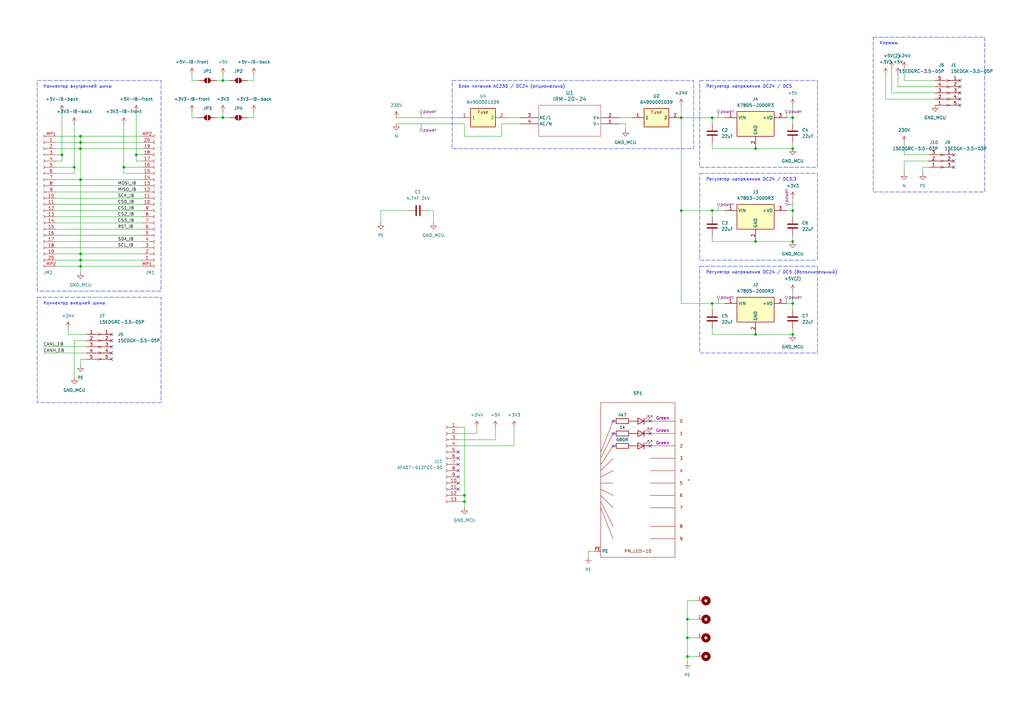
<source format=kicad_sch>
(kicad_sch (version 20250114) (generator "eeschema") (generator_version "9.0")
  (paper "A3")
  (title_block (title "${article} v${version}"))
  (lib_symbols
    (symbol "Fuseholder_1"
      (property "Reference" "U" (at -0.762 5.588 0))
      (property "Value" "64900001039" (at -6.35 3.302 0))
      (symbol "Fuseholder_1_1_1"
        (text "Fuse" (at 0 -1.524 0) (effects (font (size 1.27 1.27))))
        (pin passive line (at -10.16 -3.81 0) (length 5.08) (name "1") (number "1"))
        (pin passive line (at 10.16 -3.81 180) (length 5.08) (name "2") (number "2"))
      )
    )
    (symbol "kicad_inventree_lib:15EDGK-3.5-03P" (pin_names (offset 1.016) (hide yes)) (on_board no)
      (property "Reference" "J" (at 0 12.7 0))
      (property "Value" "15EDGK-3.5-03P" (at 0 2.54 0))
      (symbol "15EDGK-3.5-03P_1_1"
        (pin passive line (at 5.08 10.16 180) (length 3.81) (name "Pin_1") (number "1"))
        (pin passive line (at 5.08 7.62 180) (length 3.81) (name "Pin_2") (number "2"))
        (pin passive line (at 5.08 5.08 180) (length 3.81) (name "Pin_3") (number "3"))
      )
    )
    (symbol "kicad_inventree_lib:15EDGK-3.5-05P" (pin_names (offset 1.016) (hide yes)) (on_board no)
      (property "Reference" "J" (at 0 12.7 0))
      (property "Value" "15EDGK-3.5-05P" (at 0 -2.54 0))
      (symbol "15EDGK-3.5-05P_1_1"
        (pin passive line (at 5.08 10.16 180) (length 3.81) (name "Pin_1") (number "1"))
        (pin passive line (at 5.08 7.62 180) (length 3.81) (name "Pin_2") (number "2"))
        (pin passive line (at 5.08 5.08 180) (length 3.81) (name "Pin_3") (number "3"))
        (pin passive line (at 5.08 2.54 180) (length 3.81) (name "Pin_4") (number "4"))
        (pin passive line (at 5.08 0 180) (length 3.81) (name "Pin_5") (number "5"))
      )
    )
    (symbol "kicad_inventree_lib:15EDGRC-3.5-03P" (pin_names (offset 1.016) (hide yes))
      (property "Reference" "J" (at 0 12.7 0))
      (property "Value" "15EDGRC-3.5-03P" (at 0 2.54 0))
      (symbol "15EDGRC-3.5-03P_1_1"
        (pin passive line (at -5.08 10.16 0) (length 3.81) (name "Pin_1") (number "1"))
        (pin passive line (at -5.08 7.62 0) (length 3.81) (name "Pin_2") (number "2"))
        (pin passive line (at -5.08 5.08 0) (length 3.81) (name "Pin_3") (number "3"))
      )
    )
    (symbol "kicad_inventree_lib:15EDGRC-3.5-05P" (pin_names (offset 1.016) (hide yes))
      (property "Reference" "J" (at 0 12.7 0))
      (property "Value" "15EDGRC-3.5-05P" (at 0 -2.54 0))
      (symbol "15EDGRC-3.5-05P_1_1"
        (pin passive line (at -5.08 10.16 0) (length 3.81) (name "Pin_1") (number "1"))
        (pin passive line (at -5.08 7.62 0) (length 3.81) (name "Pin_2") (number "2"))
        (pin passive line (at -5.08 5.08 0) (length 3.81) (name "Pin_3") (number "3"))
        (pin passive line (at -5.08 2.54 0) (length 3.81) (name "Pin_4") (number "4"))
        (pin passive line (at -5.08 0 0) (length 3.81) (name "Pin_5") (number "5"))
      )
    )
    (symbol "kicad_inventree_lib:AFA07-S12FCC-00" (pin_names (offset 1.016) (hide yes))
      (property "Reference" "J" (at 0 12.7 0))
      (property "Value" "AFA07-S12FCC-00" (at 0 -27.94 0))
      (symbol "AFA07-S12FCC-00_1_1"
        (pin passive line (at -5.08 10.16 0) (length 3.81) (name "Pin_1") (number "1"))
        (pin passive line (at -5.08 7.62 0) (length 3.81) (name "Pin_2") (number "2"))
        (pin passive line (at -5.08 5.08 0) (length 3.81) (name "Pin_3") (number "3"))
        (pin passive line (at -5.08 2.54 0) (length 3.81) (name "Pin_4") (number "4"))
        (pin passive line (at -5.08 0 0) (length 3.81) (name "Pin_5") (number "5"))
        (pin passive line (at -5.08 -2.54 0) (length 3.81) (name "Pin_6") (number "6"))
        (pin passive line (at -5.08 -5.08 0) (length 3.81) (name "Pin_7") (number "7"))
        (pin passive line (at -5.08 -7.62 0) (length 3.81) (name "Pin_8") (number "8"))
        (pin passive line (at -5.08 -10.16 0) (length 3.81) (name "Pin_9") (number "9"))
        (pin passive line (at -5.08 -12.7 0) (length 3.81) (name "Pin_10") (number "10"))
        (pin passive line (at -5.08 -15.24 0) (length 3.81) (name "Pin_11") (number "11"))
        (pin passive line (at -5.08 -17.78 0) (length 3.81) (name "Pin_11") (number "12"))
        (pin passive line (at -5.08 -20.32 0) (length 3.81) (name "Pin_11") (number "13"))
      )
    )
    (symbol "kicad_inventree_lib:AFA07-S20FCC-00" (pin_names (offset 1.016) (hide yes))
      (property "Reference" "J" (at 0 15.24 0))
      (property "Value" "AFA07-S20FCC-00" (at -1.016 -48.768 0))
      (symbol "AFA07-S20FCC-00_1_1"
        (pin passive line (at -5.08 12.7 0) (length 3.81) (name "Pin_11") (number "MP1"))
        (pin passive line (at -5.08 10.16 0) (length 3.81) (name "Pin_1") (number "1"))
        (pin passive line (at -5.08 7.62 0) (length 3.81) (name "Pin_2") (number "2"))
        (pin passive line (at -5.08 5.08 0) (length 3.81) (name "Pin_3") (number "3"))
        (pin passive line (at -5.08 2.54 0) (length 3.81) (name "Pin_4") (number "4"))
        (pin passive line (at -5.08 0 0) (length 3.81) (name "Pin_5") (number "5"))
        (pin passive line (at -5.08 -2.54 0) (length 3.81) (name "Pin_6") (number "6"))
        (pin passive line (at -5.08 -5.08 0) (length 3.81) (name "Pin_7") (number "7"))
        (pin passive line (at -5.08 -7.62 0) (length 3.81) (name "Pin_8") (number "8"))
        (pin passive line (at -5.08 -10.16 0) (length 3.81) (name "Pin_9") (number "9"))
        (pin passive line (at -5.08 -12.7 0) (length 3.81) (name "Pin_10") (number "10"))
        (pin passive line (at -5.08 -15.24 0) (length 3.81) (name "Pin_11") (number "11"))
        (pin passive line (at -5.08 -17.78 0) (length 3.81) (name "Pin_11") (number "12"))
        (pin passive line (at -5.08 -20.32 0) (length 3.81) (name "Pin_11") (number "13"))
        (pin passive line (at -5.08 -22.86 0) (length 3.81) (name "Pin_11") (number "14"))
        (pin passive line (at -5.08 -25.4 0) (length 3.81) (name "Pin_11") (number "15"))
        (pin passive line (at -5.08 -27.94 0) (length 3.81) (name "Pin_11") (number "16"))
        (pin passive line (at -5.08 -30.48 0) (length 3.81) (name "Pin_11") (number "17"))
        (pin passive line (at -5.08 -33.02 0) (length 3.81) (name "Pin_11") (number "18"))
        (pin passive line (at -5.08 -35.56 0) (length 3.81) (name "Pin_11") (number "19"))
        (pin passive line (at -5.08 -38.1 0) (length 3.81) (name "Pin_11") (number "20"))
        (pin passive line (at -5.08 -40.64 0) (length 3.81) (name "Pin_11") (number "MP2"))
      )
    )
    (symbol "kicad_inventree_lib:C_22uF_10V_1206_MLCC-X7R" (pin_numbers (hide yes)) (pin_names (offset 0.254))
      (property "Reference" "C" (at 0.635 2.54 0))
      (property "Value" "22uF" (at 0.635 -2.54 0))
      (symbol "C_22uF_10V_1206_MLCC-X7R_1_1"
        (pin passive line (at 0 3.81 270) (length 2.794) (name "~") (number "1"))
        (pin passive line (at 0 -3.81 90) (length 2.794) (name "~") (number "2"))
      )
    )
    (symbol "kicad_inventree_lib:C_22uF_50V_2220_MLCC-X7R" (pin_numbers (hide yes)) (pin_names (offset 0.254))
      (property "Reference" "C" (at 0.635 2.54 0))
      (property "Value" "22uF" (at 0.635 -2.54 0))
      (symbol "C_22uF_50V_2220_MLCC-X7R_1_1"
        (pin passive line (at 0 3.81 270) (length 2.794) (name "~") (number "1"))
        (pin passive line (at 0 -3.81 90) (length 2.794) (name "~") (number "2"))
      )
    )
    (symbol "kicad_inventree_lib:C_4.7nF_2kV_1812" (pin_numbers (hide yes)) (pin_names (offset 0.254))
      (property "Reference" "C" (at 0.635 2.54 0))
      (property "Value" "4.7nF 2kV" (at 0.635 -2.54 0))
      (symbol "C_4.7nF_2kV_1812_1_1"
        (pin passive line (at 0 3.81 270) (length 2.794) (name "~") (number "1"))
        (pin passive line (at 0 -3.81 90) (length 2.794) (name "~") (number "2"))
      )
    )
    (symbol "kicad_inventree_lib:Fuseholder"
      (property "Reference" "U" (at -0.762 5.588 0))
      (property "Value" "64900001039" (at -6.35 3.302 0))
      (symbol "Fuseholder_1_1"
        (text "Fuse" (at 0 -1.524 0) (effects (font (size 1.27 1.27))))
        (pin passive line (at -10.16 -3.81 0) (length 5.08) (name "1") (number "1"))
        (pin passive line (at 10.16 -3.81 180) (length 5.08) (name "2") (number "2"))
      )
    )
    (symbol "kicad_inventree_lib:IRM-20-24" (pin_names (offset 0.254))
      (property "Reference" "U" (at 0 5.08 0))
      (property "Value" "IRM-20-24" (at 0 2.54 0))
      (symbol "IRM-20-24_0_1"
        (pin unspecified line (at -20.32 -5.08 0) (length 7.62) (name "AC/L") (number "3"))
        (pin unspecified line (at -20.32 -7.62 0) (length 7.62) (name "AC/N") (number "4"))
        (pin power_in line (at 20.32 -5.08 180) (length 7.62) (name "V+") (number "2"))
        (pin power_in line (at 20.32 -7.62 180) (length 7.62) (name "V-") (number "1"))
      )
    )
    (symbol "kicad_inventree_lib:K7803-2000R3"
      (property "Reference" "J" (at -0.762 6.35 0))
      (property "Value" "K7803-2000R3" (at -7.112 3.556 0))
      (symbol "K7803-2000R3_1_1"
        (pin passive line (at -12.7 -2.54 0) (length 5.08) (name "VIN") (number "1"))
        (pin passive line (at 0 -15.24 90) (length 5.08) (name "GND") (number "2"))
        (pin passive line (at 12.7 -2.54 180) (length 5.08) (name "+VO") (number "3"))
      )
    )
    (symbol "kicad_inventree_lib:K7805-2000R3"
      (property "Reference" "J" (at -0.762 6.35 0))
      (property "Value" "K7805-2000R3" (at -7.112 3.556 0))
      (symbol "K7805-2000R3_1_1"
        (pin passive line (at -12.7 -2.54 0) (length 5.08) (name "VIN") (number "1"))
        (pin passive line (at 0 -15.24 90) (length 5.08) (name "GND") (number "2"))
        (pin passive line (at 12.7 -2.54 180) (length 5.08) (name "+VO") (number "3"))
      )
    )
    (symbol "kicad_inventree_lib:MountingHole_M4" (pin_names (offset 1.016)) (exclude_from_sim yes) (in_bom no)
      (symbol "MountingHole_M4_1_1"
        (pin input line (at 0 -3.81 90) (length 2.54) (name "1") (number "1"))
      )
    )
    (symbol "kicad_inventree_lib:PMLED-10-v0.0.2"
      (property "Reference" "SP" (at 0 3.81 0))
      (symbol "PMLED-10-v0.0.2_1_1"
        (text "PM_LED-10" (at 0 -60.96 0) (effects (font (size 1.27 1.27))))
        (text "0" (at 17.78 -7.62 0) (effects (font (size 1.27 1.27))))
        (text "1" (at 17.78 -12.7 0) (effects (font (size 1.27 1.27))))
        (text "2" (at 17.78 -17.78 0) (effects (font (size 1.27 1.27))))
        (text "3" (at 17.78 -22.86 0) (effects (font (size 1.27 1.27))))
        (text "4" (at 17.78 -27.94 0) (effects (font (size 1.27 1.27))))
        (text "5" (at 17.78 -33.02 0) (effects (font (size 1.27 1.27))))
        (text "6" (at 17.78 -38.1 0) (effects (font (size 1.27 1.27))))
        (text "7" (at 17.78 -43.18 0) (effects (font (size 1.27 1.27))))
        (text "8" (at 17.78 -50.8 0) (effects (font (size 1.27 1.27))))
        (text "9" (at 17.78 -55.88 0) (effects (font (size 1.27 1.27))))
        (pin input line (at -17.78 -60.96 0) (length 2.54) (name "PE") (number "PE"))
      )
    )
    (symbol "kicad_inventree_lib:R_1k_0603_1%" (pin_numbers (hide yes)) (pin_names (offset 0))
      (property "Reference" "R" (at 2.032 0 90))
      (property "Value" "1k" (at 0 0 90))
      (symbol "R_1k_0603_1%_1_1"
        (pin passive line (at 0 3.81 270) (length 1.27) (name "~") (number "1"))
        (pin passive line (at 0 -3.81 90) (length 1.27) (name "~") (number "2"))
      )
    )
    (symbol "kicad_inventree_lib:R_4k7_0603_1%" (pin_numbers (hide yes)) (pin_names (offset 0))
      (property "Reference" "R" (at 2.032 0 90))
      (property "Value" "4k7" (at 0 0 90))
      (symbol "R_4k7_0603_1%_1_1"
        (pin passive line (at 0 3.81 270) (length 1.27) (name "~") (number "1"))
        (pin passive line (at 0 -3.81 90) (length 1.27) (name "~") (number "2"))
      )
    )
    (symbol "kicad_inventree_lib:R_680R_0603_1%" (pin_numbers (hide yes)) (pin_names (offset 0))
      (property "Reference" "R" (at 2.032 0 90))
      (property "Value" "680R" (at 0 0 90))
      (symbol "R_680R_0603_1%_1_1"
        (pin passive line (at 0 3.81 270) (length 1.27) (name "~") (number "1"))
        (pin passive line (at 0 -3.81 90) (length 1.27) (name "~") (number "2"))
      )
    )
    (symbol "kicad_inventree_lib:SolderJumper_2_Open" (pin_numbers (hide yes)) (pin_names (offset 0) (hide yes)) (in_bom no)
      (property "Reference" "JP" (at 0 2.032 0))
      (property "Value" "SolderJumper_2_Open" (at 0 -2.54 0))
      (symbol "SolderJumper_2_Open_1_1"
        (pin passive line (at -3.81 0 0) (length 2.54) (name "A") (number "1"))
        (pin passive line (at 3.81 0 180) (length 2.54) (name "B") (number "2"))
      )
    )
    (symbol "kicad_inventree_lib:XL-1606SYGC" (pin_numbers (hide yes)) (pin_names (offset 1.016) (hide yes))
      (property "Reference" "D" (at 0 2.54 0))
      (property "Description" "Green" (at 0 -8.89 0))
      (symbol "XL-1606SYGC_1_1"
        (pin passive line (at -3.81 0 0) (length 2.54) (name "K") (number "1"))
        (pin passive line (at 3.81 0 180) (length 2.54) (name "A") (number "2"))
      )
    )
    (symbol "power:+24V" (power) (pin_numbers (hide yes)) (pin_names (offset 0) (hide yes))
      (property "Value" "+24V" (at 0 3.556 0))
      (symbol "+24V_1_1"
        (pin power_in line (at 0 0 90) (length 0) (name "~") (number "1"))
      )
    )
    (symbol "power:+5V" (power) (pin_numbers (hide yes)) (pin_names (offset 0) (hide yes))
      (property "Value" "+5V" (at 0 3.556 0))
      (symbol "+5V_1_1"
        (pin power_in line (at 0 0 90) (length 0) (name "~") (number "1"))
      )
    )
    (symbol "power:Earth" (power) (pin_numbers (hide yes)) (pin_names (offset 0) (hide yes))
      (property "Value" "Earth" (at 0 -3.81 0))
      (symbol "Earth_1_1"
        (pin power_in line (at 0 0 270) (length 0) (name "~") (number "1"))
      )
    )
    (symbol "power:GND" (power) (pin_numbers (hide yes)) (pin_names (offset 0) (hide yes))
      (property "Value" "GND" (at 0 -3.81 0))
      (symbol "GND_1_1"
        (pin power_in line (at 0 0 270) (length 0) (name "~") (number "1"))
      )
    )
  )
  (rectangle (start 287.02 109.22) (end 335.28 144.78) (stroke (width 0) (type dash)))
  (rectangle (start 287.02 33.02) (end 335.28 68.58) (stroke (width 0) (type dash)))
  (rectangle (start 15.24 33.02) (end 66.04 119.38) (stroke (width 0) (type dash)))
  (rectangle (start 185.42 33.02) (end 284.48 60.96) (stroke (width 0) (type dash)))
  (rectangle (start 358.14 15.24) (end 403.86 78.74) (stroke (width 0) (type dash)))
  (rectangle (start 287.02 71.12) (end 335.28 106.68) (stroke (width 0) (type dash)))
  (rectangle (start 15.24 121.92) (end 66.04 165.1) (stroke (width 0) (type dash)))
  (text "Коннектор внутренней шины" (at 17.78 35.56 0) (effects (font (size 1.27 1.27)) (justify left)))
  (text "Блок питания AC230 / DC24 (опционально)" (at 187.96 35.56 0) (effects (font (size 1.27 1.27)) (justify left)))
  (text "Коннектор внешней шины" (at 17.78 124.46 0) (effects (font (size 1.27 1.27)) (justify left)))
  (text "Клеммы" (at 360.68 17.78 0) (effects (font (size 1.27 1.27)) (justify left)))
  (text "Регулятор напряжения DC24 / DC5" (at 289.56 35.56 0) (effects (font (size 1.27 1.27)) (justify left)))
  (text "Регулятор напряжения DC24 / DC3.3" (at 289.56 73.66 0) (effects (font (size 1.27 1.27)) (justify left)))
  (text "Регулятор напряжения DC24 / DC5 (дополнительный)" (at 289.56 111.76 0) (effects (font (size 1.27 1.27)) (justify left)))
  (junction (at 279.4 86.36))
  (junction (at 292.1 48.26))
  (junction (at 309.88 60.96))
  (junction (at 190.5 205.74))
  (junction (at 33.02 58.42))
  (junction (at 309.88 99.06))
  (junction (at 281.94 269.24))
  (junction (at 55.88 63.5))
  (junction (at 309.88 137.16))
  (junction (at 91.44 48.26))
  (junction (at 325.12 86.36))
  (junction (at 33.02 104.14))
  (junction (at 325.12 99.06))
  (junction (at 325.12 124.46))
  (junction (at 281.94 261.62))
  (junction (at 33.02 106.68))
  (junction (at 292.1 124.46))
  (junction (at 33.02 60.96))
  (junction (at 33.02 109.22))
  (junction (at 190.5 203.2))
  (junction (at 281.94 254))
  (junction (at 33.02 73.66))
  (junction (at 325.12 60.96))
  (junction (at 30.48 68.58))
  (junction (at 25.4 63.5))
  (junction (at 325.12 137.16))
  (junction (at 33.02 55.88))
  (junction (at 91.44 33.02))
  (junction (at 50.8 68.58))
  (junction (at 325.12 48.26))
  (junction (at 279.4 48.26))
  (junction (at 292.1 86.36))
  (no_connect (at 45.72 137.16))
  (no_connect (at 187.96 195.58))
  (no_connect (at 251.46 177.8))
  (no_connect (at 187.96 190.5))
  (no_connect (at 45.72 142.24))
  (no_connect (at 187.96 185.42))
  (no_connect (at 391.16 66.04))
  (no_connect (at 266.7 177.8))
  (no_connect (at 187.96 198.12))
  (no_connect (at 393.7 35.56))
  (no_connect (at 266.7 182.88))
  (no_connect (at 251.46 182.88))
  (no_connect (at 187.96 187.96))
  (no_connect (at 393.7 38.1))
  (no_connect (at 251.46 172.72))
  (no_connect (at 393.7 40.64))
  (no_connect (at 393.7 33.02))
  (no_connect (at 391.16 63.5))
  (no_connect (at 187.96 193.04))
  (no_connect (at 45.72 144.78))
  (no_connect (at 45.72 139.7))
  (no_connect (at 45.72 147.32))
  (no_connect (at 187.96 200.66))
  (no_connect (at 391.16 68.58))
  (no_connect (at 266.7 172.72))
  (no_connect (at 393.7 43.18))
  (wire (pts (xy 381 68.58) (xy 378.46 68.58)))
  (wire (pts (xy 22.86 76.2) (xy 58.42 76.2)))
  (wire (pts (xy 55.88 63.5) (xy 55.88 66.04)))
  (wire (pts (xy 22.86 104.14) (xy 33.02 104.14)))
  (wire (pts (xy 363.22 40.64) (xy 363.22 30.48)))
  (wire (pts (xy 22.86 55.88) (xy 33.02 55.88)))
  (wire (pts (xy 325.12 58.42) (xy 325.12 60.96)))
  (wire (pts (xy 205.74 50.8) (xy 213.36 50.8)))
  (wire (pts (xy 22.86 83.82) (xy 58.42 83.82)))
  (wire (pts (xy 190.5 50.8) (xy 190.5 55.88)))
  (wire (pts (xy 279.4 86.36) (xy 292.1 86.36)))
  (wire (pts (xy 279.4 124.46) (xy 292.1 124.46)))
  (wire (pts (xy 292.1 60.96) (xy 309.88 60.96)))
  (wire (pts (xy 383.54 35.56) (xy 368.3 35.56)))
  (wire (pts (xy 22.86 73.66) (xy 33.02 73.66)))
  (wire (pts (xy 370.84 66.04) (xy 370.84 71.12)))
  (wire (pts (xy 205.74 50.8) (xy 205.74 55.88)))
  (wire (pts (xy 281.94 246.38) (xy 281.94 254)))
  (wire (pts (xy 88.9 33.02) (xy 91.44 33.02)))
  (wire (pts (xy 365.76 27.94) (xy 365.76 38.1)))
  (wire (pts (xy 370.84 27.94) (xy 370.84 33.02)))
  (wire (pts (xy 22.86 86.36) (xy 58.42 86.36)))
  (wire (pts (xy 190.5 203.2) (xy 190.5 205.74)))
  (wire (pts (xy 292.1 137.16) (xy 292.1 134.62)))
  (wire (pts (xy 325.12 86.36) (xy 325.12 88.9)))
  (wire (pts (xy 91.44 33.02) (xy 93.98 33.02)))
  (wire (pts (xy 281.94 271.78) (xy 281.94 269.24)))
  (wire (pts (xy 22.86 91.44) (xy 58.42 91.44)))
  (wire (pts (xy 162.56 48.26) (xy 187.96 48.26)))
  (wire (pts (xy 208.28 48.26) (xy 213.36 48.26)))
  (wire (pts (xy 30.48 50.8) (xy 30.48 68.58)))
  (wire (pts (xy 279.4 43.18) (xy 279.4 48.26)))
  (wire (pts (xy 91.44 30.48) (xy 91.44 33.02)))
  (wire (pts (xy 325.12 119.38) (xy 325.12 124.46)))
  (wire (pts (xy 22.86 88.9) (xy 58.42 88.9)))
  (wire (pts (xy 91.44 48.26) (xy 93.98 48.26)))
  (wire (pts (xy 33.02 55.88) (xy 33.02 58.42)))
  (wire (pts (xy 322.58 124.46) (xy 325.12 124.46)))
  (wire (pts (xy 35.56 147.32) (xy 33.02 147.32)))
  (wire (pts (xy 22.86 60.96) (xy 33.02 60.96)))
  (wire (pts (xy 292.1 137.16) (xy 309.88 137.16)))
  (wire (pts (xy 383.54 33.02) (xy 370.84 33.02)))
  (wire (pts (xy 383.54 40.64) (xy 363.22 40.64)))
  (wire (pts (xy 22.86 106.68) (xy 33.02 106.68)))
  (wire (pts (xy 55.88 45.72) (xy 55.88 63.5)))
  (wire (pts (xy 370.84 66.04) (xy 381 66.04)))
  (wire (pts (xy 292.1 48.26) (xy 297.18 48.26)))
  (wire (pts (xy 187.96 175.26) (xy 190.5 175.26)))
  (wire (pts (xy 91.44 45.72) (xy 91.44 48.26)))
  (wire (pts (xy 195.58 175.26) (xy 195.58 177.8)))
  (wire (pts (xy 22.86 99.06) (xy 58.42 99.06)))
  (wire (pts (xy 325.12 48.26) (xy 325.12 50.8)))
  (wire (pts (xy 187.96 205.74) (xy 190.5 205.74)))
  (wire (pts (xy 203.2 175.26) (xy 203.2 180.34)))
  (wire (pts (xy 309.88 60.96) (xy 325.12 60.96)))
  (wire (pts (xy 78.74 33.02) (xy 81.28 33.02)))
  (wire (pts (xy 33.02 104.14) (xy 33.02 106.68)))
  (wire (pts (xy 325.12 81.28) (xy 325.12 86.36)))
  (wire (pts (xy 22.86 81.28) (xy 58.42 81.28)))
  (wire (pts (xy 33.02 104.14) (xy 58.42 104.14)))
  (wire (pts (xy 325.12 134.62) (xy 325.12 137.16)))
  (wire (pts (xy 187.96 203.2) (xy 190.5 203.2)))
  (wire (pts (xy 292.1 99.06) (xy 309.88 99.06)))
  (wire (pts (xy 33.02 109.22) (xy 58.42 109.22)))
  (wire (pts (xy 22.86 78.74) (xy 58.42 78.74)))
  (wire (pts (xy 22.86 68.58) (xy 30.48 68.58)))
  (wire (pts (xy 33.02 60.96) (xy 58.42 60.96)))
  (wire (pts (xy 292.1 86.36) (xy 292.1 88.9)))
  (wire (pts (xy 30.48 68.58) (xy 30.48 71.12)))
  (wire (pts (xy 256.54 50.8) (xy 256.54 53.34)))
  (wire (pts (xy 22.86 93.98) (xy 58.42 93.98)))
  (wire (pts (xy 104.14 48.26) (xy 101.6 48.26)))
  (wire (pts (xy 33.02 60.96) (xy 33.02 73.66)))
  (wire (pts (xy 22.86 101.6) (xy 58.42 101.6)))
  (wire (pts (xy 50.8 68.58) (xy 50.8 71.12)))
  (wire (pts (xy 292.1 99.06) (xy 292.1 96.52)))
  (wire (pts (xy 190.5 55.88) (xy 205.74 55.88)))
  (wire (pts (xy 285.75 246.38) (xy 281.94 246.38)))
  (wire (pts (xy 27.94 134.62) (xy 27.94 137.16)))
  (wire (pts (xy 292.1 48.26) (xy 292.1 50.8)))
  (wire (pts (xy 281.94 254) (xy 281.94 261.62)))
  (wire (pts (xy 309.88 99.06) (xy 325.12 99.06)))
  (wire (pts (xy 281.94 269.24) (xy 285.75 269.24)))
  (wire (pts (xy 22.86 96.52) (xy 58.42 96.52)))
  (wire (pts (xy 177.8 86.36) (xy 177.8 91.44)))
  (wire (pts (xy 162.56 50.8) (xy 190.5 50.8)))
  (wire (pts (xy 50.8 71.12) (xy 58.42 71.12)))
  (wire (pts (xy 156.21 91.44) (xy 156.21 86.36)))
  (wire (pts (xy 33.02 73.66) (xy 58.42 73.66)))
  (wire (pts (xy 33.02 55.88) (xy 58.42 55.88)))
  (wire (pts (xy 22.86 63.5) (xy 25.4 63.5)))
  (wire (pts (xy 17.78 142.24) (xy 35.56 142.24)))
  (wire (pts (xy 279.4 48.26) (xy 279.4 86.36)))
  (wire (pts (xy 243.84 226.06) (xy 241.3 226.06)))
  (wire (pts (xy 241.3 226.06) (xy 241.3 228.6)))
  (wire (pts (xy 322.58 48.26) (xy 325.12 48.26)))
  (wire (pts (xy 325.12 124.46) (xy 325.12 127)))
  (wire (pts (xy 104.14 30.48) (xy 104.14 33.02)))
  (wire (pts (xy 33.02 73.66) (xy 33.02 104.14)))
  (wire (pts (xy 187.96 180.34) (xy 203.2 180.34)))
  (wire (pts (xy 50.8 50.8) (xy 50.8 68.58)))
  (wire (pts (xy 309.88 137.16) (xy 325.12 137.16)))
  (wire (pts (xy 285.75 254) (xy 281.94 254)))
  (wire (pts (xy 25.4 45.72) (xy 25.4 63.5)))
  (wire (pts (xy 279.4 86.36) (xy 279.4 124.46)))
  (wire (pts (xy 27.94 137.16) (xy 35.56 137.16)))
  (wire (pts (xy 190.5 175.26) (xy 190.5 203.2)))
  (wire (pts (xy 292.1 86.36) (xy 297.18 86.36)))
  (wire (pts (xy 30.48 139.7) (xy 30.48 154.94)))
  (wire (pts (xy 104.14 45.72) (xy 104.14 48.26)))
  (wire (pts (xy 368.3 30.48) (xy 368.3 35.56)))
  (wire (pts (xy 25.4 63.5) (xy 25.4 66.04)))
  (wire (pts (xy 88.9 48.26) (xy 91.44 48.26)))
  (wire (pts (xy 55.88 66.04) (xy 58.42 66.04)))
  (wire (pts (xy 175.26 86.36) (xy 177.8 86.36)))
  (wire (pts (xy 187.96 177.8) (xy 195.58 177.8)))
  (wire (pts (xy 292.1 124.46) (xy 292.1 127)))
  (wire (pts (xy 33.02 147.32) (xy 33.02 149.86)))
  (wire (pts (xy 33.02 106.68) (xy 58.42 106.68)))
  (wire (pts (xy 325.12 96.52) (xy 325.12 99.06)))
  (wire (pts (xy 254 48.26) (xy 259.08 48.26)))
  (wire (pts (xy 187.96 182.88) (xy 210.82 182.88)))
  (wire (pts (xy 33.02 106.68) (xy 33.02 109.22)))
  (wire (pts (xy 378.46 68.58) (xy 378.46 71.12)))
  (wire (pts (xy 104.14 33.02) (xy 101.6 33.02)))
  (wire (pts (xy 190.5 205.74) (xy 190.5 208.28)))
  (wire (pts (xy 210.82 175.26) (xy 210.82 182.88)))
  (wire (pts (xy 156.21 86.36) (xy 167.64 86.36)))
  (wire (pts (xy 285.75 261.62) (xy 281.94 261.62)))
  (wire (pts (xy 17.78 144.78) (xy 35.56 144.78)))
  (wire (pts (xy 50.8 68.58) (xy 58.42 68.58)))
  (wire (pts (xy 322.58 86.36) (xy 325.12 86.36)))
  (wire (pts (xy 292.1 124.46) (xy 297.18 124.46)))
  (wire (pts (xy 55.88 63.5) (xy 58.42 63.5)))
  (wire (pts (xy 22.86 58.42) (xy 33.02 58.42)))
  (wire (pts (xy 30.48 71.12) (xy 22.86 71.12)))
  (wire (pts (xy 370.84 58.42) (xy 370.84 63.5)))
  (wire (pts (xy 365.76 38.1) (xy 383.54 38.1)))
  (wire (pts (xy 325.12 43.18) (xy 325.12 48.26)))
  (wire (pts (xy 30.48 139.7) (xy 35.56 139.7)))
  (wire (pts (xy 33.02 109.22) (xy 33.02 111.76)))
  (wire (pts (xy 33.02 58.42) (xy 58.42 58.42)))
  (wire (pts (xy 281.94 261.62) (xy 281.94 269.24)))
  (wire (pts (xy 78.74 48.26) (xy 81.28 48.26)))
  (wire (pts (xy 78.74 30.48) (xy 78.74 33.02)))
  (wire (pts (xy 22.86 66.04) (xy 25.4 66.04)))
  (wire (pts (xy 254 50.8) (xy 256.54 50.8)))
  (wire (pts (xy 33.02 58.42) (xy 33.02 60.96)))
  (wire (pts (xy 381 63.5) (xy 370.84 63.5)))
  (wire (pts (xy 279.4 48.26) (xy 292.1 48.26)))
  (wire (pts (xy 78.74 45.72) (xy 78.74 48.26)))
  (wire (pts (xy 292.1 60.96) (xy 292.1 58.42)))
  (wire (pts (xy 22.86 109.22) (xy 33.02 109.22)))
  (label "SCL_IB" (at 48.26 101.6 0))
  (label "SCK_IB" (at 48.26 81.28 0))
  (label "CS3_IB" (at 48.26 91.44 0))
  (label "MISO_IB" (at 48.26 78.74 0))
  (label "CS0_IB" (at 48.26 83.82 0))
  (label "SDA_IB" (at 48.26 99.06 0))
  (label "CS2_IB" (at 48.26 88.9 0))
  (label "RST_IB" (at 48.26 93.98 0))
  (label "MOSI_IB" (at 48.26 76.2 0))
  (label "CANH_EB" (at 17.78 144.78 0))
  (label "CANL_EB" (at 17.78 142.24 0))
  (label "CS1_IB" (at 48.26 86.36 0))
  (netclass_flag "" (length 2.54) (shape round) (at 294.64 48.26 0) (property "Netclass" "power" (at 295.3385 45.72 0) (effects (font (italic yes)) (justify left))))
  (netclass_flag "" (length 2.54) (shape round) (at 322.58 48.26 0) (property "Netclass" "power" (at 323.2785 45.72 0) (effects (font (italic yes)) (justify left))))
  (netclass_flag "" (length 2.54) (shape round) (at 322.58 124.46 0) (property "Netclass" "power" (at 323.2785 121.92 0) (effects (font (italic yes)) (justify left))))
  (netclass_flag "" (length 2.54) (shape round) (at 325.12 83.82 90) (property "Netclass" "power" (at 322.58 83.1215 90) (effects (font (italic yes)) (justify left))))
  (netclass_flag "" (length 2.54) (shape round) (at 172.72 50.8 180) (property "Netclass" "power" (at 173.4185 53.34 0) (effects (font (italic yes)) (justify left))))
  (netclass_flag "" (length 2.54) (shape round) (at 172.72 48.26 0) (property "Netclass" "power" (at 173.4185 45.72 0) (effects (font (italic yes)) (justify left))))
  (netclass_flag "" (length 2.54) (shape round) (at 294.64 124.46 0) (property "Netclass" "power" (at 295.3385 121.92 0) (effects (font (italic yes)) (justify left))))
  (netclass_flag "" (length 2.54) (shape round) (at 294.64 86.36 0) (property "Netclass" "power" (at 295.3385 83.82 0) (effects (font (italic yes)) (justify left))))
  (symbol (lib_id "power:+5V") (at 25.4 45.72 0) (unit 1)
    (property "Reference" "#PWR016" (effects (hide yes)))
    (property "Value" "+5V-IB-back" (at 25.4 40.64 0))
    (property "Description" "Power symbol creates a global label with name \"+5V\"" (effects (hide yes)))
  )
  (symbol (lib_id "power:+5V") (at 50.8 50.8 0) (unit 1)
    (property "Reference" "#PWR031" (effects (hide yes)))
    (property "Value" "+3V3-IB-front" (at 50.8 45.72 0))
    (property "Description" "Power symbol creates a global label with name \"+5V\"" (effects (hide yes)))
  )
  (symbol (lib_id "power:+5V") (at 210.82 175.26 0) (mirror y) (unit 1)
    (property "Reference" "#PWR05" (effects (hide yes)))
    (property "Value" "+3V3" (at 210.82 170.18 0))
    (property "Description" "Power symbol creates a global label with name \"+5V\"" (effects (hide yes)))
  )
  (symbol (lib_id "power:Earth") (at 241.3 228.6 0) (unit 1)
    (property "Reference" "#PWR040" (effects (hide yes)))
    (property "Value" "PE" (at 241.3 233.68 0))
    (property "Description" "Power symbol creates a global label with name \"Earth\"" (effects (hide yes)))
  )
  (symbol (lib_id "kicad_inventree_lib:XL-1606SYGC") (at 262.89 172.72 180) (unit 1) (on_board no)
    (property "Reference" "D2" (effects (hide yes)))
    (property "Value" "XL-1606SYGC" (effects (hide yes)))
    (property "Footprint" "kicad_inventree_lib:XL-1606" (effects (hide yes)))
    (property "Datasheet" "http://inventree.network/part/278/" (effects (hide yes)))
    (property "Description" "Green" (at 271.78 171.45 0))
    (property "part_ipn" "XL-1606SYGC" (effects (hide yes)))
  )
  (symbol (lib_id "kicad_inventree_lib:XL-1606SYGC") (at 262.89 177.8 180) (unit 1) (on_board no)
    (property "Reference" "D3" (effects (hide yes)))
    (property "Value" "XL-1606SYGC" (effects (hide yes)))
    (property "Footprint" "kicad_inventree_lib:XL-1606" (effects (hide yes)))
    (property "Datasheet" "http://inventree.network/part/278/" (effects (hide yes)))
    (property "Description" "Green" (at 271.78 176.53 0))
    (property "part_ipn" "XL-1606SYGC" (effects (hide yes)))
  )
  (symbol (lib_id "power:+24V") (at 279.4 43.18 0) (unit 1)
    (property "Reference" "#PWR06" (effects (hide yes)))
    (property "Value" "+24V" (at 279.4 38.1 0))
    (property "Description" "Power symbol creates a global label with name \"+24V\"" (effects (hide yes)))
  )
  (symbol (lib_id "power:GND") (at 325.12 99.06 0) (unit 1)
    (property "Reference" "#PWR018" (effects (hide yes)))
    (property "Value" "GND_MCU" (at 325.12 104.14 0))
    (property "Description" "Power symbol creates a global label with name \"GND\" , ground" (effects (hide yes)))
  )
  (symbol (lib_id "power:GND") (at 162.56 50.8 0) (unit 1)
    (property "Reference" "#PWR04" (effects (hide yes)))
    (property "Value" "N" (at 162.56 55.88 0))
    (property "Description" "Power symbol creates a global label with name \"GND\" , ground" (effects (hide yes)))
  )
  (symbol (lib_id "kicad_inventree_lib:R_4k7_0603_1%") (at 255.27 172.72 90) (unit 1) (on_board no)
    (property "Reference" "R4" (effects (hide yes)))
    (property "Value" "4k7" (at 255.27 170.18 90))
    (property "Footprint" "Resistor_SMD:R_0603_1608Metric" (effects (hide yes)))
    (property "Datasheet" "http://inventree.network/part/262/" (effects (hide yes)))
    (property "Description" "Resistor" (effects (hide yes)))
    (property "part_ipn" "R_4k7_0603_1%" (effects (hide yes)))
  )
  (symbol (lib_id "power:+5V") (at 104.14 30.48 0) (unit 1)
    (property "Reference" "#PWR025" (effects (hide yes)))
    (property "Value" "+5V-IB-back" (at 104.14 25.4 0))
    (property "Description" "Power symbol creates a global label with name \"+5V\"" (effects (hide yes)))
  )
  (symbol (lib_id "power:GND") (at 383.54 43.18 0) (unit 1)
    (property "Reference" "#PWR03" (effects (hide yes)))
    (property "Value" "GND_MCU" (at 383.54 48.26 0))
    (property "Description" "Power symbol creates a global label with name \"GND\" , ground" (effects (hide yes)))
  )
  (symbol (lib_id "kicad_inventree_lib:C_22uF_10V_1206_MLCC-X7R") (at 325.12 54.61 0) (unit 1)
    (property "Reference" "C4" (at 328.93 53.34 0) (effects (justify left)))
    (property "Value" "22uF" (at 328.93 55.88 0) (effects (justify left)))
    (property "Footprint" "Capacitor_SMD:C_1206_3216Metric" (effects (hide yes)))
    (property "Datasheet" "http://inventree.network/web/part/343/details" (effects (hide yes)))
    (property "Description" "Unpolarized capacitor" (effects (hide yes)))
    (property "part_ipn" "C_22uF_10V_1206_MLCC-X7R" (effects (hide yes)))
  )
  (symbol (lib_id "kicad_inventree_lib:C_22uF_50V_2220_MLCC-X7R") (at 292.1 54.61 0) (unit 1)
    (property "Reference" "C2" (at 295.91 53.3399 0) (effects (justify left)))
    (property "Value" "22uF" (at 295.91 55.8799 0) (effects (justify left)))
    (property "Footprint" "Capacitor_SMD:C_2220_5750Metric" (effects (hide yes)))
    (property "Datasheet" "http://inventree.network/part/99/" (effects (hide yes)))
    (property "Description" "Unpolarized capacitor" (effects (hide yes)))
    (property "part_ipn" "C_22uF_50V_2220_MLCC-X7R" (effects (hide yes)))
  )
  (symbol (lib_id "kicad_inventree_lib:15EDGRC-3.5-03P") (at 386.08 58.42 0) (mirror x) (unit 1)
    (property "Reference" "J10" (at 384.81 58.42 0) (effects (justify right)))
    (property "Value" "15EDGRC-3.5-03P" (at 384.81 60.96 0) (effects (justify right)))
    (property "Footprint" "kicad_inventree_lib:15EDGRC-3.5-03P" (effects (hide yes)))
    (property "Datasheet" "http://inventree.network/part/247/" (effects (hide yes)))
    (property "Description" "Generic connector, single row, 01x09, script generated" (effects (hide yes)))
    (property "part_ipn" "15EDGRC-3.5-03P" (effects (hide yes)))
  )
  (symbol (lib_id "power:+5V") (at 195.58 175.26 0) (mirror y) (unit 1)
    (property "Reference" "#PWR014" (effects (hide yes)))
    (property "Value" "+24V" (at 195.58 170.18 0))
    (property "Description" "Power symbol creates a global label with name \"+5V\"" (effects (hide yes)))
  )
  (symbol (lib_id "power:+5V") (at 370.84 58.42 0) (unit 1)
    (property "Reference" "#PWR012" (effects (hide yes)))
    (property "Value" "230V" (at 370.84 53.34 0))
    (property "Description" "Power symbol creates a global label with name \"+5V\"" (effects (hide yes)))
  )
  (symbol (lib_id "kicad_inventree_lib:15EDGK-3.5-05P") (at 40.64 147.32 0) (unit 1) (on_board no)
    (property "Reference" "J5" (at 48.26 137.16 0) (effects (justify left)))
    (property "Value" "15EDGK-3.5-05P" (at 48.26 139.7 0) (effects (justify left)))
    (property "Datasheet" "http://inventree.network/part/250/" (effects (hide yes)))
    (property "Description" "Generic connector, single row, 01x10, script generated" (effects (hide yes)))
    (property "part_ipn" "15EDGK-3.5-05P" (effects (hide yes)))
  )
  (symbol (lib_id "kicad_inventree_lib:MountingHole_M4") (at 289.56 246.38 270) (unit 1) (exclude_from_sim yes) (in_bom no)
    (property "Reference" "H1" (effects (hide yes)))
    (property "Value" "M4" (effects (hide yes)))
    (property "Footprint" "kicad_inventree_lib:MountingHole_4.3mm_M4_Pad_Via" (effects (hide yes)))
  )
  (symbol (lib_id "kicad_inventree_lib:MountingHole_M4") (at 289.56 261.62 270) (unit 1) (exclude_from_sim yes) (in_bom no)
    (property "Reference" "H3" (effects (hide yes)))
    (property "Value" "M4" (effects (hide yes)))
    (property "Footprint" "kicad_inventree_lib:MountingHole_4.3mm_M4_Pad_Via" (effects (hide yes)))
  )
  (symbol (lib_id "kicad_inventree_lib:K7805-2000R3") (at 309.88 45.72 0) (unit 1)
    (property "Reference" "J4" (at 309.88 40.64 0))
    (property "Value" "K7805-2000R3" (at 309.88 43.18 0))
    (property "Footprint" "kicad_inventree_lib:K7805-2000R3" (effects (hide yes)))
    (property "Datasheet" "http://inventree.network/part/98/" (effects (hide yes)))
    (property "Description" "K7805-2000R3" (effects (hide yes)))
    (property "Height" "18" (effects (hide yes)))
    (property "Manufacturer_Name" "RS Pro" (effects (hide yes)))
    (property "Manufacturer_Part_Number" "K7805-2000R3" (effects (hide yes)))
    (property "part_ipn" "K7805-2000R3" (effects (hide yes)))
  )
  (symbol (lib_id "kicad_inventree_lib:PMLED-10-v0.0.2") (at 261.62 165.1 0) (unit 1)
    (property "Reference" "SP1" (at 261.62 161.29 0))
    (property "Value" "~" (at 281.94 196.8499 0) (effects (justify left)))
    (property "Footprint" "kicad_inventree_lib:PMLED-xx-v0.0.2" (effects (hide yes)))
    (property "part_ipn" "PMLED-10-v0.0.2" (effects (hide yes)))
  )
  (symbol (lib_id "power:+5V") (at 78.74 30.48 0) (unit 1)
    (property "Reference" "#PWR026" (effects (hide yes)))
    (property "Value" "+5V-IB-front" (at 78.74 25.4 0))
    (property "Description" "Power symbol creates a global label with name \"+5V\"" (effects (hide yes)))
  )
  (symbol (lib_id "power:+5V") (at 104.14 45.72 0) (unit 1)
    (property "Reference" "#PWR030" (effects (hide yes)))
    (property "Value" "+3V3-IB-back" (at 104.14 40.64 0))
    (property "Description" "Power symbol creates a global label with name \"+5V\"" (effects (hide yes)))
  )
  (symbol (lib_id "kicad_inventree_lib:SolderJumper_2_Open") (at 85.09 33.02 0) (unit 1) (in_bom no)
    (property "Reference" "JP1" (at 85.09 29.21 0))
    (property "Value" "SolderJumper_2_Open" (effects (hide yes)))
    (property "Footprint" "kicad_inventree_lib:SolderJumper-2_P1.3mm_Open_RoundedPad1.0x1.5mm" (effects (hide yes)))
    (property "Description" "Solder Jumper, 2-pole, open" (effects (hide yes)))
  )
  (symbol (lib_id "kicad_inventree_lib:MountingHole_M4") (at 289.56 269.24 270) (unit 1) (exclude_from_sim yes) (in_bom no)
    (property "Reference" "H4" (effects (hide yes)))
    (property "Value" "M4" (effects (hide yes)))
    (property "Footprint" "kicad_inventree_lib:MountingHole_4.3mm_M4_Pad_Via" (effects (hide yes)))
  )
  (symbol (lib_id "kicad_inventree_lib:C_22uF_10V_1206_MLCC-X7R") (at 325.12 130.81 0) (unit 1)
    (property "Reference" "C7" (at 328.93 129.54 0) (effects (justify left)))
    (property "Value" "22uF" (at 328.93 132.08 0) (effects (justify left)))
    (property "Footprint" "Capacitor_SMD:C_1206_3216Metric" (effects (hide yes)))
    (property "Datasheet" "http://inventree.network/web/part/343/details" (effects (hide yes)))
    (property "Description" "Unpolarized capacitor" (effects (hide yes)))
    (property "part_ipn" "C_22uF_10V_1206_MLCC-X7R" (effects (hide yes)))
  )
  (symbol (lib_id "power:GND") (at 370.84 71.12 0) (unit 1)
    (property "Reference" "#PWR034" (effects (hide yes)))
    (property "Value" "N" (at 370.84 76.2 0))
    (property "Description" "Power symbol creates a global label with name \"GND\" , ground" (effects (hide yes)))
  )
  (symbol (lib_id "power:GND") (at 30.48 154.94 0) (mirror y) (unit 1)
    (property "Reference" "#PWR02" (effects (hide yes)))
    (property "Value" "GND_MCU" (at 30.48 160.02 0))
    (property "Description" "Power symbol creates a global label with name \"GND\" , ground" (effects (hide yes)))
  )
  (symbol (lib_name "Fuseholder_1") (lib_id "kicad_inventree_lib:Fuseholder") (at 198.12 44.45 0) (unit 1)
    (property "Reference" "U4" (at 198.12 39.37 0))
    (property "Value" "64900001039" (at 198.12 41.91 0))
    (property "Footprint" "kicad_inventree_lib:649-Series-Holder" (effects (hide yes)))
    (property "Datasheet" "http://inventree.network/part/23/" (effects (hide yes)))
    (property "Description" "5x20mm Fuseholder 6.3A 250V Littelfuse 6.3A PCB Mount Fuse Holder for 5 x 20mm Cartridge Fuse, 250 V" (effects (hide yes)))
    (property "Manufacturer_Name" "LITTELFUSE" (effects (hide yes)))
    (property "Manufacturer_Part_Number" "64900001039" (effects (hide yes)))
    (property "Mouser Part Number" "576-64900001039" (effects (hide yes)))
    (property "Mouser Price/Stock" "https://www.mouser.co.uk/ProductDetail/Littelfuse/64900001039?qs=hH%252BOa0VZEiArPloPoB86OA%3D%3D" (effects (hide yes)))
    (property "Arrow Part Number" "64900001039" (effects (hide yes)))
    (property "Arrow Price/Stock" "https://www.arrow.com/en/products/64900001039/littelfuse?region=nac" (effects (hide yes)))
    (property "NextPCB_url" "https://www.hqonline.com/product-detail/fuse-holders---clips---boxes-littelfuse-64900001039-1005256123" (effects (hide yes)))
    (property "NextPCB_price" "0.13489" (effects (hide yes)))
    (property "part_ipn" "64900001039" (effects (hide yes)))
    (property "optional" "1" (effects (hide yes)))
  )
  (symbol (lib_id "power:GND") (at 33.02 111.76 0) (unit 1)
    (property "Reference" "#PWR015" (effects (hide yes)))
    (property "Value" "GND_MCU" (at 33.02 116.84 0))
    (property "Description" "Power symbol creates a global label with name \"GND\" , ground" (effects (hide yes)))
  )
  (symbol (lib_id "kicad_inventree_lib:15EDGRC-3.5-05P") (at 388.62 33.02 0) (mirror x) (unit 1)
    (property "Reference" "J6" (at 387.35 26.67 0) (effects (justify right)))
    (property "Value" "15EDGRC-3.5-05P" (at 387.35 29.21 0) (effects (justify right)))
    (property "Footprint" "kicad_inventree_lib:15EDGRC-3.5-05P" (effects (hide yes)))
    (property "Datasheet" "http://inventree.network/part/238/" (effects (hide yes)))
    (property "Description" "Generic connector, single row, 01x09, script generated" (effects (hide yes)))
    (property "part_ipn" "15EDGRC-3.5-05P" (effects (hide yes)))
  )
  (symbol (lib_id "power:+5V") (at 162.56 48.26 0) (unit 1)
    (property "Reference" "#PWR021" (effects (hide yes)))
    (property "Value" "230V" (at 162.56 43.18 0))
    (property "Description" "Power symbol creates a global label with name \"+5V\"" (effects (hide yes)))
  )
  (symbol (lib_id "power:+5V") (at 91.44 30.48 0) (unit 1)
    (property "Reference" "#PWR024" (effects (hide yes)))
    (property "Value" "+5V" (at 91.44 25.4 0))
    (property "Description" "Power symbol creates a global label with name \"+5V\"" (effects (hide yes)))
  )
  (symbol (lib_id "power:+5V") (at 368.3 30.48 0) (mirror y) (unit 1)
    (property "Reference" "#PWR09" (effects (hide yes)))
    (property "Value" "+5V" (at 368.3 25.4 0))
    (property "Description" "Power symbol creates a global label with name \"+5V\"" (effects (hide yes)))
  )
  (symbol (lib_id "power:+5V") (at 55.88 45.72 0) (unit 1)
    (property "Reference" "#PWR017" (effects (hide yes)))
    (property "Value" "+5V-IB-front" (at 55.88 40.64 0))
    (property "Description" "Power symbol creates a global label with name \"+5V\"" (effects (hide yes)))
  )
  (symbol (lib_id "power:Earth") (at 281.94 271.78 0) (unit 1)
    (property "Reference" "#PWR039" (effects (hide yes)))
    (property "Value" "PE" (at 281.94 276.86 0))
    (property "Description" "Power symbol creates a global label with name \"Earth\"" (effects (hide yes)))
  )
  (symbol (lib_id "power:+5V") (at 325.12 43.18 0) (unit 1)
    (property "Reference" "#PWR019" (effects (hide yes)))
    (property "Value" "+5V" (at 325.12 38.1 0))
    (property "Description" "Power symbol creates a global label with name \"+5V\"" (effects (hide yes)))
  )
  (symbol (lib_id "power:+5V") (at 30.48 50.8 0) (unit 1)
    (property "Reference" "#PWR032" (effects (hide yes)))
    (property "Value" "+3V3-IB-back" (at 30.48 45.72 0))
    (property "Description" "Power symbol creates a global label with name \"+5V\"" (effects (hide yes)))
  )
  (symbol (lib_id "kicad_inventree_lib:15EDGK-3.5-03P") (at 386.08 73.66 0) (unit 1) (on_board no)
    (property "Reference" "J9" (at 387.35 58.42 0) (effects (justify left)))
    (property "Value" "15EDGK-3.5-03P" (at 387.35 60.96 0) (effects (justify left)))
    (property "Datasheet" "http://inventree.network/part/249/" (effects (hide yes)))
    (property "Description" "Generic connector, single row, 01x10, script generated" (effects (hide yes)))
    (property "part_ipn" "15EDGK-3.5-03P" (effects (hide yes)))
  )
  (symbol (lib_id "power:+5V") (at 370.84 27.94 0) (mirror y) (unit 1)
    (property "Reference" "#PWR08" (effects (hide yes)))
    (property "Value" "+24V" (at 370.84 22.86 0))
    (property "Description" "Power symbol creates a global label with name \"+5V\"" (effects (hide yes)))
  )
  (symbol (lib_id "power:+5V") (at 325.12 119.38 0) (unit 1)
    (property "Reference" "#PWR036" (effects (hide yes)))
    (property "Value" "+5V(2)" (at 325.12 114.3 0))
    (property "Description" "Power symbol creates a global label with name \"+5V\"" (effects (hide yes)))
  )
  (symbol (lib_id "kicad_inventree_lib:AFA07-S12FCC-00") (at 182.88 185.42 0) (mirror y) (unit 1)
    (property "Reference" "J11" (at 181.61 189.2299 0) (effects (justify left)))
    (property "Value" "AFA07-S12FCC-00" (at 181.61 191.7699 0) (effects (justify left)))
    (property "Footprint" "kicad_inventree_lib:CONN10_AFA07-S12_JUS" (effects (hide yes)))
    (property "Datasheet" "http://inventree.network/web/part/285/details" (effects (hide yes)))
    (property "Description" "Generic connector, single row, 01x10, script generated" (effects (hide yes)))
    (property "part_ipn" "AFA07-S12FCC-00" (effects (hide yes)))
  )
  (symbol (lib_id "kicad_inventree_lib:SolderJumper_2_Open") (at 85.09 48.26 0) (unit 1) (in_bom no)
    (property "Reference" "JP3" (at 85.09 44.45 0))
    (property "Value" "SolderJumper_2_Open" (effects (hide yes)))
    (property "Footprint" "kicad_inventree_lib:SolderJumper-2_P1.3mm_Open_RoundedPad1.0x1.5mm" (effects (hide yes)))
    (property "Description" "Solder Jumper, 2-pole, open" (effects (hide yes)))
  )
  (symbol (lib_id "power:GND") (at 256.54 53.34 0) (unit 1)
    (property "Reference" "#PWR07" (effects (hide yes)))
    (property "Value" "GND_MCU" (at 256.54 58.42 0))
    (property "Description" "Power symbol creates a global label with name \"GND\" , ground" (effects (hide yes)))
  )
  (symbol (lib_id "power:+5V") (at 203.2 175.26 0) (mirror y) (unit 1)
    (property "Reference" "#PWR011" (effects (hide yes)))
    (property "Value" "+5V" (at 203.2 170.18 0))
    (property "Description" "Power symbol creates a global label with name \"+5V\"" (effects (hide yes)))
  )
  (symbol (lib_id "power:GND") (at 325.12 60.96 0) (unit 1)
    (property "Reference" "#PWR022" (effects (hide yes)))
    (property "Value" "GND_MCU" (at 325.12 66.04 0))
    (property "Description" "Power symbol creates a global label with name \"GND\" , ground" (effects (hide yes)))
  )
  (symbol (lib_id "kicad_inventree_lib:SolderJumper_2_Open") (at 97.79 48.26 0) (unit 1) (in_bom no)
    (property "Reference" "JP4" (at 97.79 44.45 0))
    (property "Value" "SolderJumper_2_Open" (effects (hide yes)))
    (property "Footprint" "kicad_inventree_lib:SolderJumper-2_P1.3mm_Open_RoundedPad1.0x1.5mm" (effects (hide yes)))
    (property "Description" "Solder Jumper, 2-pole, open" (effects (hide yes)))
  )
  (symbol (lib_id "power:GND") (at 325.12 137.16 0) (unit 1)
    (property "Reference" "#PWR037" (effects (hide yes)))
    (property "Value" "GND_MCU" (at 325.12 142.24 0))
    (property "Description" "Power symbol creates a global label with name \"GND\" , ground" (effects (hide yes)))
  )
  (symbol (lib_id "power:GND") (at 177.8 91.44 0) (unit 1)
    (property "Reference" "#PWR013" (effects (hide yes)))
    (property "Value" "GND_MCU" (at 177.8 96.52 0))
    (property "Description" "Power symbol creates a global label with name \"GND\" , ground" (effects (hide yes)))
  )
  (symbol (lib_id "kicad_inventree_lib:K7803-2000R3") (at 309.88 83.82 0) (unit 1)
    (property "Reference" "J3" (at 309.88 78.74 0))
    (property "Value" "K7803-2000R3" (at 309.88 81.28 0))
    (property "Footprint" "kicad_inventree_lib:K7805-2000R3" (effects (hide yes)))
    (property "Datasheet" "http://inventree.network/part/118/" (effects (hide yes)))
    (property "Description" "K7803-2000R3" (effects (hide yes)))
    (property "part_ipn" "K7803-2000R3" (effects (hide yes)))
  )
  (symbol (lib_id "kicad_inventree_lib:C_22uF_50V_2220_MLCC-X7R") (at 292.1 92.71 0) (unit 1)
    (property "Reference" "C3" (at 295.91 91.4399 0) (effects (justify left)))
    (property "Value" "22uF" (at 295.91 93.9799 0) (effects (justify left)))
    (property "Footprint" "Capacitor_SMD:C_2220_5750Metric" (effects (hide yes)))
    (property "Datasheet" "http://inventree.network/part/99/" (effects (hide yes)))
    (property "Description" "Unpolarized capacitor" (effects (hide yes)))
    (property "part_ipn" "C_22uF_50V_2220_MLCC-X7R" (effects (hide yes)))
  )
  (symbol (lib_id "power:+5V") (at 363.22 30.48 0) (mirror y) (unit 1)
    (property "Reference" "#PWR010" (effects (hide yes)))
    (property "Value" "+3V3" (at 363.22 25.4 0))
    (property "Description" "Power symbol creates a global label with name \"+5V\"" (effects (hide yes)))
  )
  (symbol (lib_id "kicad_inventree_lib:K7805-2000R3") (at 309.88 121.92 0) (unit 1)
    (property "Reference" "J2" (at 309.88 116.84 0))
    (property "Value" "K7805-2000R3" (at 309.88 119.38 0))
    (property "Footprint" "kicad_inventree_lib:K7805-2000R3" (effects (hide yes)))
    (property "Datasheet" "http://inventree.network/part/98/" (effects (hide yes)))
    (property "Description" "K7805-2000R3" (effects (hide yes)))
    (property "Height" "18" (effects (hide yes)))
    (property "Manufacturer_Name" "RS Pro" (effects (hide yes)))
    (property "Manufacturer_Part_Number" "K7805-2000R3" (effects (hide yes)))
    (property "part_ipn" "K7805-2000R3" (effects (hide yes)))
  )
  (symbol (lib_id "power:+5V") (at 78.74 45.72 0) (unit 1)
    (property "Reference" "#PWR028" (effects (hide yes)))
    (property "Value" "+3V3-IB-front" (at 78.74 40.64 0))
    (property "Description" "Power symbol creates a global label with name \"+5V\"" (effects (hide yes)))
  )
  (symbol (lib_id "power:GND") (at 378.46 71.12 0) (unit 1)
    (property "Reference" "#PWR033" (effects (hide yes)))
    (property "Value" "PE" (at 378.46 76.2 0))
    (property "Description" "Power symbol creates a global label with name \"GND\" , ground" (effects (hide yes)))
  )
  (symbol (lib_id "power:GND") (at 33.02 149.86 0) (mirror y) (unit 1)
    (property "Reference" "#PWR01" (effects (hide yes)))
    (property "Value" "PE" (at 33.02 154.94 0))
    (property "Description" "Power symbol creates a global label with name \"GND\" , ground" (effects (hide yes)))
  )
  (symbol (lib_id "kicad_inventree_lib:R_680R_0603_1%") (at 255.27 182.88 90) (unit 1) (on_board no)
    (property "Reference" "R6" (effects (hide yes)))
    (property "Value" "680R" (at 255.27 180.34 90))
    (property "Footprint" "Resistor_SMD:R_0603_1608Metric" (effects (hide yes)))
    (property "Datasheet" "http://inventree.network/part/281/" (effects (hide yes)))
    (property "Description" "Resistor" (effects (hide yes)))
    (property "part_ipn" "R_680R_0603_1%" (effects (hide yes)))
  )
  (symbol (lib_id "power:+5V") (at 27.94 134.62 0) (mirror y) (unit 1)
    (property "Reference" "#PWR035" (effects (hide yes)))
    (property "Value" "+24V" (at 27.94 129.54 0))
    (property "Description" "Power symbol creates a global label with name \"+5V\"" (effects (hide yes)))
  )
  (symbol (lib_id "kicad_inventree_lib:Fuseholder") (at 269.24 44.45 0) (unit 1)
    (property "Reference" "U2" (at 269.24 39.37 0))
    (property "Value" "64900001039" (at 269.24 41.91 0))
    (property "Footprint" "kicad_inventree_lib:649-Series-Holder" (effects (hide yes)))
    (property "Datasheet" "http://inventree.network/part/23/" (effects (hide yes)))
    (property "Description" "5x20mm Fuseholder 6.3A 250V Littelfuse 6.3A PCB Mount Fuse Holder for 5 x 20mm Cartridge Fuse, 250 V" (effects (hide yes)))
    (property "Manufacturer_Name" "LITTELFUSE" (effects (hide yes)))
    (property "Manufacturer_Part_Number" "64900001039" (effects (hide yes)))
    (property "Mouser Part Number" "576-64900001039" (effects (hide yes)))
    (property "Mouser Price/Stock" "https://www.mouser.co.uk/ProductDetail/Littelfuse/64900001039?qs=hH%252BOa0VZEiArPloPoB86OA%3D%3D" (effects (hide yes)))
    (property "Arrow Part Number" "64900001039" (effects (hide yes)))
    (property "Arrow Price/Stock" "https://www.arrow.com/en/products/64900001039/littelfuse?region=nac" (effects (hide yes)))
    (property "NextPCB_url" "https://www.hqonline.com/product-detail/fuse-holders---clips---boxes-littelfuse-64900001039-1005256123" (effects (hide yes)))
    (property "NextPCB_price" "0.13489" (effects (hide yes)))
    (property "part_ipn" "64900001039" (effects (hide yes)))
  )
  (symbol (lib_id "kicad_inventree_lib:IRM-20-24") (at 233.68 43.18 0) (unit 1)
    (property "Reference" "U1" (at 233.68 38.1 0) (effects (font (size 1.524 1.524))))
    (property "Value" "IRM-20-24" (at 233.68 40.64 0) (effects (font (size 1.524 1.524))))
    (property "Footprint" "kicad_inventree_lib:IRM-20-24_MWU" (effects (hide yes)))
    (property "Datasheet" "http://inventree.network/part/143/" (effects (hide yes)))
    (property "part_ipn" "IRM-20-24" (effects (hide yes)))
    (property "optional" "1" (effects (hide yes)))
  )
  (symbol (lib_id "kicad_inventree_lib:R_1k_0603_1%") (at 255.27 177.8 90) (unit 1) (on_board no)
    (property "Reference" "R5" (effects (hide yes)))
    (property "Value" "1k" (at 255.27 175.26 90))
    (property "Footprint" "Resistor_SMD:R_0603_1608Metric" (effects (hide yes)))
    (property "Datasheet" "http://inventree.network/part/280/" (effects (hide yes)))
    (property "Description" "Resistor" (effects (hide yes)))
    (property "part_ipn" "R_1k_0603_1%" (effects (hide yes)))
  )
  (symbol (lib_id "kicad_inventree_lib:C_4.7nF_2kV_1812") (at 171.45 86.36 90) (unit 1)
    (property "Reference" "C1" (at 171.45 78.74 90))
    (property "Value" "4.7nF 2kV" (at 171.45 81.28 90))
    (property "Footprint" "Capacitor_SMD:C_1812_4532Metric_Pad1.57x3.40mm_HandSolder" (effects (hide yes)))
    (property "Datasheet" "http://inventree.network/part/112/" (effects (hide yes)))
    (property "Description" "Unpolarized capacitor" (effects (hide yes)))
    (property "part_ipn" "C_4.7nF_2kV_1812" (effects (hide yes)))
  )
  (symbol (lib_id "power:GND") (at 156.21 91.44 0) (unit 1)
    (property "Reference" "#PWR027" (effects (hide yes)))
    (property "Value" "PE" (at 156.21 96.52 0))
    (property "Description" "Power symbol creates a global label with name \"GND\" , ground" (effects (hide yes)))
  )
  (symbol (lib_id "kicad_inventree_lib:XL-1606SYGC") (at 262.89 182.88 180) (unit 1) (on_board no)
    (property "Reference" "D4" (effects (hide yes)))
    (property "Value" "XL-1606SYGC" (effects (hide yes)))
    (property "Footprint" "kicad_inventree_lib:XL-1606" (effects (hide yes)))
    (property "Datasheet" "http://inventree.network/part/278/" (effects (hide yes)))
    (property "Description" "Green" (at 271.78 181.61 0))
    (property "part_ipn" "XL-1606SYGC" (effects (hide yes)))
  )
  (symbol (lib_id "power:GND") (at 190.5 208.28 0) (unit 1)
    (property "Reference" "#PWR023" (effects (hide yes)))
    (property "Value" "GND_MCU" (at 190.5 213.36 0))
    (property "Description" "Power symbol creates a global label with name \"GND\" , ground" (effects (hide yes)))
  )
  (symbol (lib_id "kicad_inventree_lib:MountingHole_M4") (at 289.56 254 270) (unit 1) (exclude_from_sim yes) (in_bom no)
    (property "Reference" "H2" (effects (hide yes)))
    (property "Value" "M4" (effects (hide yes)))
    (property "Footprint" "kicad_inventree_lib:MountingHole_4.3mm_M4_Pad_Via" (effects (hide yes)))
  )
  (symbol (lib_id "kicad_inventree_lib:SolderJumper_2_Open") (at 97.79 33.02 0) (unit 1) (in_bom no)
    (property "Reference" "JP2" (at 97.79 29.21 0))
    (property "Value" "SolderJumper_2_Open" (effects (hide yes)))
    (property "Footprint" "kicad_inventree_lib:SolderJumper-2_P1.3mm_Open_RoundedPad1.0x1.5mm" (effects (hide yes)))
    (property "Description" "Solder Jumper, 2-pole, open" (effects (hide yes)))
  )
  (symbol (lib_id "kicad_inventree_lib:C_22uF_10V_1206_MLCC-X7R") (at 325.12 92.71 0) (unit 1)
    (property "Reference" "C6" (at 328.93 91.44 0) (effects (justify left)))
    (property "Value" "22uF" (at 328.93 93.98 0) (effects (justify left)))
    (property "Footprint" "Capacitor_SMD:C_1206_3216Metric" (effects (hide yes)))
    (property "Datasheet" "http://inventree.network/web/part/343/details" (effects (hide yes)))
    (property "Description" "Unpolarized capacitor" (effects (hide yes)))
    (property "part_ipn" "C_22uF_10V_1206_MLCC-X7R" (effects (hide yes)))
  )
  (symbol (lib_id "kicad_inventree_lib:AFA07-S20FCC-00") (at 17.78 68.58 0) (mirror y) (unit 1)
    (property "Reference" "JM2" (at 17.78 111.76 0) (effects (justify right)))
    (property "Value" "AFA07-S20FCC-00" (effects (hide yes)))
    (property "Footprint" "kicad_inventree_lib:AFA07S20FCA00" (effects (hide yes)))
    (property "Datasheet" "http://inventree.network/web/part/329/details" (effects (hide yes)))
    (property "Description" "Slide Lock 20P Bottom Contact Surface Mount, Right Angle 1mm SMD,P=1mm,Surface Mount，Right Angle FFC, FPC (Flat Flexible) Connector Assemblies ROHS" (effects (hide yes)))
    (property "part_ipn" "AFA07-S20FCC-00" (effects (hide yes)))
  )
  (symbol (lib_id "power:+5V") (at 91.44 45.72 0) (unit 1)
    (property "Reference" "#PWR029" (effects (hide yes)))
    (property "Value" "+3V3" (at 91.44 40.64 0))
    (property "Description" "Power symbol creates a global label with name \"+5V\"" (effects (hide yes)))
  )
  (symbol (lib_id "power:+5V") (at 365.76 27.94 0) (unit 1)
    (property "Reference" "#PWR038" (effects (hide yes)))
    (property "Value" "+5V(2)" (at 365.76 22.86 0))
    (property "Description" "Power symbol creates a global label with name \"+5V\"" (effects (hide yes)))
  )
  (symbol (lib_id "kicad_inventree_lib:15EDGK-3.5-05P") (at 388.62 43.18 0) (unit 1) (on_board no)
    (property "Reference" "J1" (at 389.89 26.67 0) (effects (justify left)))
    (property "Value" "15EDGK-3.5-05P" (at 389.89 29.21 0) (effects (justify left)))
    (property "Datasheet" "http://inventree.network/part/250/" (effects (hide yes)))
    (property "Description" "Generic connector, single row, 01x10, script generated" (effects (hide yes)))
    (property "part_ipn" "15EDGK-3.5-05P" (effects (hide yes)))
  )
  (symbol (lib_id "kicad_inventree_lib:AFA07-S20FCC-00") (at 63.5 96.52 0) (mirror x) (unit 1)
    (property "Reference" "JM1" (at 63.5 111.76 0) (effects (justify right)))
    (property "Value" "AFA07-S20FCC-00" (effects (hide yes)))
    (property "Footprint" "kicad_inventree_lib:AFA07S20FCA00" (effects (hide yes)))
    (property "Datasheet" "http://inventree.network/web/part/329/details" (effects (hide yes)))
    (property "Description" "Slide Lock 20P Bottom Contact Surface Mount, Right Angle 1mm SMD,P=1mm,Surface Mount，Right Angle FFC, FPC (Flat Flexible) Connector Assemblies ROHS" (effects (hide yes)))
    (property "part_ipn" "AFA07-S20FCC-00" (effects (hide yes)))
  )
  (symbol (lib_id "power:+5V") (at 325.12 81.28 0) (unit 1)
    (property "Reference" "#PWR020" (effects (hide yes)))
    (property "Value" "+3V3" (at 325.12 76.2 0))
    (property "Description" "Power symbol creates a global label with name \"+5V\"" (effects (hide yes)))
  )
  (symbol (lib_id "kicad_inventree_lib:15EDGRC-3.5-05P") (at 40.64 147.32 0) (unit 1)
    (property "Reference" "J7" (at 40.64 129.54 0) (effects (justify left)))
    (property "Value" "15EDGRC-3.5-05P" (at 40.64 132.08 0) (effects (justify left)))
    (property "Footprint" "kicad_inventree_lib:15EDGRC-3.5-05P" (effects (hide yes)))
    (property "Datasheet" "http://inventree.network/part/238/" (effects (hide yes)))
    (property "Description" "Generic connector, single row, 01x09, script generated" (effects (hide yes)))
    (property "part_ipn" "15EDGRC-3.5-05P" (effects (hide yes)))
  )
  (symbol (lib_id "kicad_inventree_lib:C_22uF_50V_2220_MLCC-X7R") (at 292.1 130.81 0) (unit 1)
    (property "Reference" "C5" (at 295.91 129.5399 0) (effects (justify left)))
    (property "Value" "22uF" (at 295.91 132.0799 0) (effects (justify left)))
    (property "Footprint" "Capacitor_SMD:C_2220_5750Metric" (effects (hide yes)))
    (property "Datasheet" "http://inventree.network/part/99/" (effects (hide yes)))
    (property "Description" "Unpolarized capacitor" (effects (hide yes)))
    (property "part_ipn" "C_22uF_50V_2220_MLCC-X7R" (effects (hide yes)))
  )
)
</source>
